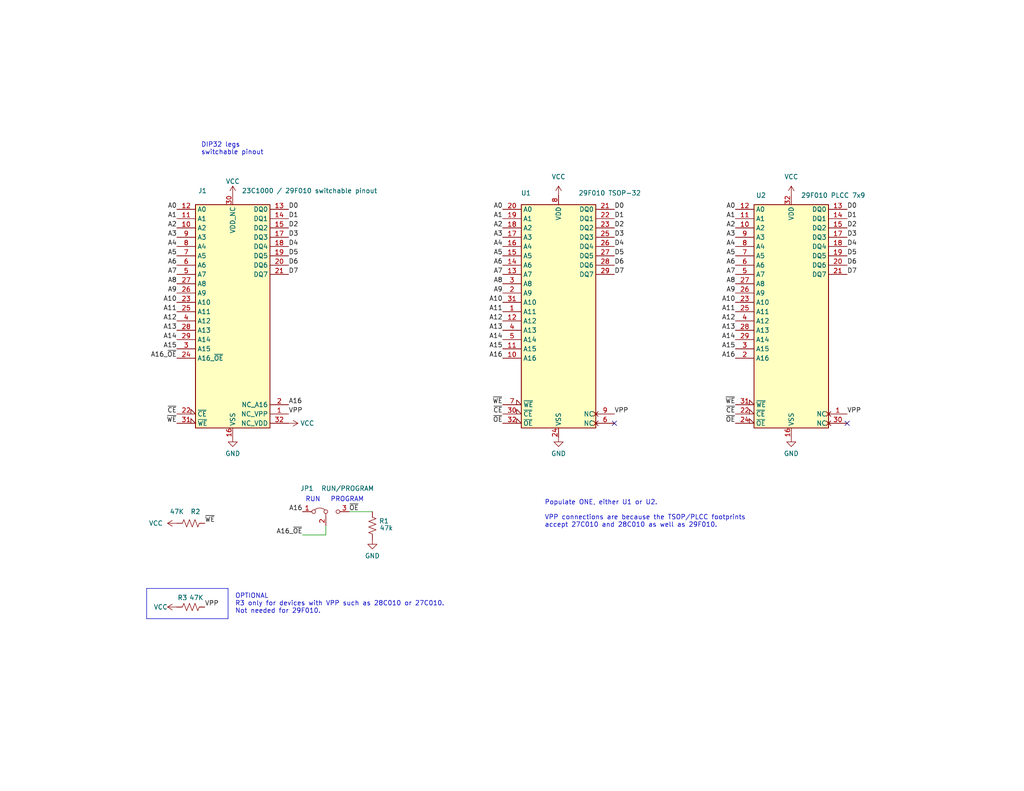
<source format=kicad_sch>
(kicad_sch (version 20230121) (generator eeschema)
  (paper "USLetter")
  (title_block (title "29F010 to 23C1000") (date "2023-06-16") (rev "004") (company "Brian K. White - b.kenyon.w@gmail.com"))
  (lib_symbols
    (symbol "000_LOCAL:GND" (power) (pin_names (offset 0))
      (property "Value" "GND" (at 0 -3.81 0))
      (symbol "GND_0_1"
        (polyline (pts (xy 0 0) (xy 0 -1.27) (xy 1.27 -1.27) (xy 0 -2.54) (xy -1.27 -1.27) (xy 0 -1.27)))
      )
      (symbol "GND_1_1"
        (pin power_in line (at 0 0 270) (length 0) hide (name "GND") (number "1"))
      )
    )
    (symbol "000_LOCAL:Jumper_3_Bridged12" (pin_names (offset 0) hide)
      (property "Reference" "JP" (at -2.54 -2.54 0))
      (property "Value" "Jumper_3_Bridged12" (at 0 2.794 0))
      (symbol "Jumper_3_Bridged12_0_0"
        (circle (center -3.302 0) (radius 0.508))
        (circle (center 0 0) (radius 0.508))
        (circle (center 3.302 0) (radius 0.508))
      )
      (symbol "Jumper_3_Bridged12_0_1"
        (arc (start -0.254 0.508) (mid -1.651 0.9912) (end -3.048 0.508))
        (polyline (pts (xy 0 -1.27) (xy 0 -0.508)))
      )
      (symbol "Jumper_3_Bridged12_1_1"
        (pin passive line (at -6.35 0 0) (length 2.54) (name "A") (number "1"))
        (pin input line (at 0 -3.81 90) (length 2.54) (name "C") (number "2"))
        (pin passive line (at 6.35 0 180) (length 2.54) (name "B") (number "3"))
      )
    )
    (symbol "000_LOCAL:R_US" (pin_numbers hide) (pin_names (offset 0))
      (property "Reference" "R" (at 2.54 0 90))
      (property "Value" "R_US" (at -2.54 0 90))
      (symbol "R_US_0_1"
        (polyline (pts (xy 0 -2.286) (xy 0 -2.54)))
        (polyline (pts (xy 0 2.286) (xy 0 2.54)))
        (polyline (pts (xy 0 -0.762) (xy 1.016 -1.143) (xy 0 -1.524) (xy -1.016 -1.905) (xy 0 -2.286)))
        (polyline (pts (xy 0 0.762) (xy 1.016 0.381) (xy 0 0) (xy -1.016 -0.381) (xy 0 -0.762)))
        (polyline (pts (xy 0 2.286) (xy 1.016 1.905) (xy 0 1.524) (xy -1.016 1.143) (xy 0 0.762)))
      )
      (symbol "R_US_1_1"
        (pin passive line (at 0 3.81 270) (length 1.27) (name "~") (number "1"))
        (pin passive line (at 0 -3.81 90) (length 1.27) (name "~") (number "2"))
      )
    )
    (symbol "000_LOCAL:SST39SF010_PLCC"
      (property "Reference" "U" (at 2.54 33.02 0))
      (property "Value" "SST39SF010_PLCC" (at 0 -30.48 0))
      (symbol "SST39SF010_PLCC_0_0"
        (pin power_in line (at 0 -31.75 90) (length 2.54) (name "VSS") (number "16"))
        (pin power_in line (at 0 34.29 270) (length 2.54) (name "VDD") (number "32"))
      )
      (symbol "SST39SF010_PLCC_0_1"
        (rectangle (start -10.16 31.75) (end 10.16 -29.21) (stroke (width 0.254)) (fill (type background)))
      )
      (symbol "SST39SF010_PLCC_1_1"
        (pin passive non_logic (at 15.24 -25.4 180) (length 5.08) (name "NC") (number "1"))
        (pin input line (at -15.24 25.4 0) (length 5.08) (name "A2") (number "10"))
        (pin input line (at -15.24 27.94 0) (length 5.08) (name "A1") (number "11"))
        (pin input line (at -15.24 30.48 0) (length 5.08) (name "A0") (number "12"))
        (pin tri_state line (at 15.24 30.48 180) (length 5.08) (name "DQ0") (number "13"))
        (pin tri_state line (at 15.24 27.94 180) (length 5.08) (name "DQ1") (number "14"))
        (pin tri_state line (at 15.24 25.4 180) (length 5.08) (name "DQ2") (number "15"))
        (pin tri_state line (at 15.24 22.86 180) (length 5.08) (name "DQ3") (number "17"))
        (pin tri_state line (at 15.24 20.32 180) (length 5.08) (name "DQ4") (number "18"))
        (pin tri_state line (at 15.24 17.78 180) (length 5.08) (name "DQ5") (number "19"))
        (pin input line (at -15.24 -10.16 0) (length 5.08) (name "A16") (number "2"))
        (pin tri_state line (at 15.24 15.24 180) (length 5.08) (name "DQ6") (number "20"))
        (pin tri_state line (at 15.24 12.7 180) (length 5.08) (name "DQ7") (number "21"))
        (pin input input_low (at -15.24 -25.4 0) (length 5.08) (name "~{CE}") (number "22"))
        (pin input line (at -15.24 5.08 0) (length 5.08) (name "A10") (number "23"))
        (pin input input_low (at -15.24 -27.94 0) (length 5.08) (name "~{OE}") (number "24"))
        (pin input line (at -15.24 2.54 0) (length 5.08) (name "A11") (number "25"))
        (pin input line (at -15.24 7.62 0) (length 5.08) (name "A9") (number "26"))
        (pin input line (at -15.24 10.16 0) (length 5.08) (name "A8") (number "27"))
        (pin input line (at -15.24 -2.54 0) (length 5.08) (name "A13") (number "28"))
        (pin input line (at -15.24 -5.08 0) (length 5.08) (name "A14") (number "29"))
        (pin input line (at -15.24 -7.62 0) (length 5.08) (name "A15") (number "3"))
        (pin passive non_logic (at 15.24 -27.94 180) (length 5.08) (name "NC") (number "30"))
        (pin input input_low (at -15.24 -22.86 0) (length 5.08) (name "~{WE}") (number "31"))
        (pin input line (at -15.24 0 0) (length 5.08) (name "A12") (number "4"))
        (pin input line (at -15.24 12.7 0) (length 5.08) (name "A7") (number "5"))
        (pin input line (at -15.24 15.24 0) (length 5.08) (name "A6") (number "6"))
        (pin input line (at -15.24 17.78 0) (length 5.08) (name "A5") (number "7"))
        (pin input line (at -15.24 20.32 0) (length 5.08) (name "A4") (number "8"))
        (pin input line (at -15.24 22.86 0) (length 5.08) (name "A3") (number "9"))
      )
    )
    (symbol "000_LOCAL:SST39SF010_TSOP"
      (property "Reference" "U" (at 2.54 33.02 0))
      (property "Value" "SST39SF010_TSOP" (at 0 -30.48 0))
      (symbol "SST39SF010_TSOP_0_0"
        (pin power_in line (at 0 -31.75 90) (length 2.54) (name "VSS") (number "24"))
        (pin power_in line (at 0 34.29 270) (length 2.54) (name "VDD") (number "8"))
      )
      (symbol "SST39SF010_TSOP_0_1"
        (rectangle (start -10.16 31.75) (end 10.16 -29.21) (stroke (width 0.254)) (fill (type background)))
      )
      (symbol "SST39SF010_TSOP_1_1"
        (pin input line (at -15.24 2.54 0) (length 5.08) (name "A11") (number "1"))
        (pin input line (at -15.24 -10.16 0) (length 5.08) (name "A16") (number "10"))
        (pin input line (at -15.24 -7.62 0) (length 5.08) (name "A15") (number "11"))
        (pin input line (at -15.24 0 0) (length 5.08) (name "A12") (number "12"))
        (pin input line (at -15.24 12.7 0) (length 5.08) (name "A7") (number "13"))
        (pin input line (at -15.24 15.24 0) (length 5.08) (name "A6") (number "14"))
        (pin input line (at -15.24 17.78 0) (length 5.08) (name "A5") (number "15"))
        (pin input line (at -15.24 20.32 0) (length 5.08) (name "A4") (number "16"))
        (pin input line (at -15.24 22.86 0) (length 5.08) (name "A3") (number "17"))
        (pin input line (at -15.24 25.4 0) (length 5.08) (name "A2") (number "18"))
        (pin input line (at -15.24 27.94 0) (length 5.08) (name "A1") (number "19"))
        (pin input line (at -15.24 7.62 0) (length 5.08) (name "A9") (number "2"))
        (pin input line (at -15.24 30.48 0) (length 5.08) (name "A0") (number "20"))
        (pin tri_state line (at 15.24 30.48 180) (length 5.08) (name "DQ0") (number "21"))
        (pin tri_state line (at 15.24 27.94 180) (length 5.08) (name "DQ1") (number "22"))
        (pin tri_state line (at 15.24 25.4 180) (length 5.08) (name "DQ2") (number "23"))
        (pin tri_state line (at 15.24 22.86 180) (length 5.08) (name "DQ3") (number "25"))
        (pin tri_state line (at 15.24 20.32 180) (length 5.08) (name "DQ4") (number "26"))
        (pin tri_state line (at 15.24 17.78 180) (length 5.08) (name "DQ5") (number "27"))
        (pin tri_state line (at 15.24 15.24 180) (length 5.08) (name "DQ6") (number "28"))
        (pin tri_state line (at 15.24 12.7 180) (length 5.08) (name "DQ7") (number "29"))
        (pin input line (at -15.24 10.16 0) (length 5.08) (name "A8") (number "3"))
        (pin input input_low (at -15.24 -25.4 0) (length 5.08) (name "~{CE}") (number "30"))
        (pin input line (at -15.24 5.08 0) (length 5.08) (name "A10") (number "31"))
        (pin input input_low (at -15.24 -27.94 0) (length 5.08) (name "~{OE}") (number "32"))
        (pin input line (at -15.24 -2.54 0) (length 5.08) (name "A13") (number "4"))
        (pin input line (at -15.24 -5.08 0) (length 5.08) (name "A14") (number "5"))
        (pin passive non_logic (at 15.24 -27.94 180) (length 5.08) (name "NC") (number "6"))
        (pin input input_low (at -15.24 -22.86 0) (length 5.08) (name "~{WE}") (number "7"))
        (pin passive non_logic (at 15.24 -25.4 180) (length 5.08) (name "NC") (number "9"))
      )
    )
    (symbol "000_LOCAL:VCC" (power) (pin_names (offset 0))
      (property "Value" "VCC" (at 0 3.81 0))
      (symbol "VCC_0_1"
        (polyline (pts (xy -0.762 1.27) (xy 0 2.54)))
        (polyline (pts (xy 0 0) (xy 0 2.54)))
        (polyline (pts (xy 0 2.54) (xy 0.762 1.27)))
      )
      (symbol "VCC_1_1"
        (pin power_in line (at 0 0 90) (length 0) hide (name "VCC") (number "1"))
      )
    )
    (symbol "000_LOCAL:uPD23C1000_FLASH"
      (property "Reference" "U" (at 2.54 33.02 0))
      (property "Value" "uPD23C1000_FLASH" (at 0 -30.48 0))
      (symbol "uPD23C1000_FLASH_0_0"
        (pin power_in line (at 0 -31.75 90) (length 2.54) (name "VSS") (number "16"))
        (pin power_in line (at 0 34.29 270) (length 2.54) (name "VDD_NC") (number "30"))
      )
      (symbol "uPD23C1000_FLASH_0_1"
        (rectangle (start -10.16 31.75) (end 10.16 -29.21) (stroke (width 0.254)) (fill (type background)))
      )
      (symbol "uPD23C1000_FLASH_1_1"
        (pin power_in line (at 15.24 -25.4 180) (length 5.08) (name "NC_VPP") (number "1"))
        (pin input line (at -15.24 25.4 0) (length 5.08) (name "A2") (number "10"))
        (pin input line (at -15.24 27.94 0) (length 5.08) (name "A1") (number "11"))
        (pin input line (at -15.24 30.48 0) (length 5.08) (name "A0") (number "12"))
        (pin tri_state line (at 15.24 30.48 180) (length 5.08) (name "DQ0") (number "13"))
        (pin tri_state line (at 15.24 27.94 180) (length 5.08) (name "DQ1") (number "14"))
        (pin tri_state line (at 15.24 25.4 180) (length 5.08) (name "DQ2") (number "15"))
        (pin tri_state line (at 15.24 22.86 180) (length 5.08) (name "DQ3") (number "17"))
        (pin tri_state line (at 15.24 20.32 180) (length 5.08) (name "DQ4") (number "18"))
        (pin tri_state line (at 15.24 17.78 180) (length 5.08) (name "DQ5") (number "19"))
        (pin input line (at 15.24 -22.86 180) (length 5.08) (name "NC_A16") (number "2"))
        (pin tri_state line (at 15.24 15.24 180) (length 5.08) (name "DQ6") (number "20"))
        (pin tri_state line (at 15.24 12.7 180) (length 5.08) (name "DQ7") (number "21"))
        (pin input input_low (at -15.24 -25.4 0) (length 5.08) (name "~{CE}") (number "22"))
        (pin input line (at -15.24 5.08 0) (length 5.08) (name "A10") (number "23"))
        (pin input line (at -15.24 -10.16 0) (length 5.08) (name "A16_~{OE}") (number "24"))
        (pin input line (at -15.24 2.54 0) (length 5.08) (name "A11") (number "25"))
        (pin input line (at -15.24 7.62 0) (length 5.08) (name "A9") (number "26"))
        (pin input line (at -15.24 10.16 0) (length 5.08) (name "A8") (number "27"))
        (pin input line (at -15.24 -2.54 0) (length 5.08) (name "A13") (number "28"))
        (pin input line (at -15.24 -5.08 0) (length 5.08) (name "A14") (number "29"))
        (pin input line (at -15.24 -7.62 0) (length 5.08) (name "A15") (number "3"))
        (pin input input_low (at -15.24 -27.94 0) (length 5.08) (name "~{WE}") (number "31"))
        (pin power_in line (at 15.24 -27.94 180) (length 5.08) (name "NC_VDD") (number "32"))
        (pin input line (at -15.24 0 0) (length 5.08) (name "A12") (number "4"))
        (pin input line (at -15.24 12.7 0) (length 5.08) (name "A7") (number "5"))
        (pin input line (at -15.24 15.24 0) (length 5.08) (name "A6") (number "6"))
        (pin input line (at -15.24 17.78 0) (length 5.08) (name "A5") (number "7"))
        (pin input line (at -15.24 20.32 0) (length 5.08) (name "A4") (number "8"))
        (pin input line (at -15.24 22.86 0) (length 5.08) (name "A3") (number "9"))
      )
    )
  )
  (no_connect (at 167.64 115.57))
  (no_connect (at 231.14 115.57))
  (wire (pts (xy 82.55 146.05) (xy 88.9 146.05)))
  (wire (pts (xy 101.6 139.7) (xy 95.25 139.7)))
  (polyline (pts (xy 40.005 160.655) (xy 40.005 168.91)))
  (polyline (pts (xy 40.005 168.91) (xy 62.23 168.91)))
  (polyline (pts (xy 62.23 168.91) (xy 62.23 160.655)))
  (polyline (pts (xy 62.23 160.655) (xy 40.005 160.655)))
  (wire (pts (xy 88.9 146.05) (xy 88.9 143.51)))
  (text "Populate ONE, either U1 or U2.\n\nVPP connections are because the TSOP/PLCC footprints\naccept 27C010 and 28C010 as well as 29F010." (at 148.59 144.145 0) (effects (font (size 1.27 1.27)) (justify left bottom)))
  (text "RUN" (at 83.312 137.16 0) (effects (font (size 1.27 1.27)) (justify left bottom)))
  (text "OPTIONAL\nR3 only for devices with VPP such as 28C010 or 27C010.\nNot needed for 29F010.\n" (at 64.135 167.64 0) (effects (font (size 1.27 1.27)) (justify left bottom)))
  (text "DIP32 legs\nswitchable pinout" (at 54.864 42.418 0) (effects (font (size 1.27 1.27)) (justify left bottom)))
  (text "PROGRAM" (at 90.17 137.16 0) (effects (font (size 1.27 1.27)) (justify left bottom)))
  (label "D4" (at 78.74 67.31 0))
  (label "~{CE}" (at 200.66 113.03 180))
  (label "D4" (at 167.64 67.31 0))
  (label "D5" (at 167.64 69.85 0))
  (label "A10" (at 137.16 82.55 180))
  (label "D2" (at 167.64 62.23 0))
  (label "A8" (at 137.16 77.47 180))
  (label "D6" (at 167.64 72.39 0))
  (label "A3" (at 48.26 64.77 180))
  (label "D3" (at 167.64 64.77 0))
  (label "D4" (at 231.14 67.31 0))
  (label "A15" (at 48.26 95.25 180))
  (label "~{OE}" (at 137.16 115.57 180))
  (label "A14" (at 200.66 92.71 180))
  (label "A11" (at 200.66 85.09 180))
  (label "D5" (at 231.14 69.85 0))
  (label "A6" (at 200.66 72.39 180))
  (label "A15" (at 200.66 95.25 180))
  (label "A16" (at 78.74 110.49 0))
  (label "A13" (at 200.66 90.17 180))
  (label "D1" (at 167.64 59.69 0))
  (label "A9" (at 137.16 80.01 180))
  (label "A11" (at 137.16 85.09 180))
  (label "A6" (at 137.16 72.39 180))
  (label "A10" (at 200.66 82.55 180))
  (label "~{OE}" (at 200.66 115.57 180))
  (label "A10" (at 48.26 82.55 180))
  (label "A3" (at 137.16 64.77 180))
  (label "A1" (at 200.66 59.69 180))
  (label "D6" (at 231.14 72.39 0))
  (label "A2" (at 200.66 62.23 180))
  (label "D0" (at 78.74 57.15 0))
  (label "A5" (at 200.66 69.85 180))
  (label "VPP" (at 167.64 113.03 0))
  (label "A3" (at 200.66 64.77 180))
  (label "A2" (at 137.16 62.23 180))
  (label "D3" (at 231.14 64.77 0))
  (label "A16_~{OE}" (at 82.55 146.05 180))
  (label "D3" (at 78.74 64.77 0))
  (label "A7" (at 48.26 74.93 180))
  (label "~{WE}" (at 48.26 115.57 180))
  (label "A14" (at 48.26 92.71 180))
  (label "A7" (at 200.66 74.93 180))
  (label "D1" (at 231.14 59.69 0))
  (label "A4" (at 200.66 67.31 180))
  (label "A16" (at 200.66 97.79 180))
  (label "~{WE}" (at 137.16 110.49 180))
  (label "A12" (at 137.16 87.63 180))
  (label "A2" (at 48.26 62.23 180))
  (label "~{CE}" (at 137.16 113.03 180))
  (label "A13" (at 137.16 90.17 180))
  (label "A1" (at 48.26 59.69 180))
  (label "D0" (at 231.14 57.15 0))
  (label "~{WE}" (at 200.66 110.49 180))
  (label "A16" (at 137.16 97.79 180))
  (label "A16_~{OE}" (at 48.26 97.79 180))
  (label "A12" (at 48.26 87.63 180))
  (label "~{CE}" (at 48.26 113.03 180))
  (label "A12" (at 200.66 87.63 180))
  (label "D2" (at 231.14 62.23 0))
  (label "A7" (at 137.16 74.93 180))
  (label "A5" (at 137.16 69.85 180))
  (label "A14" (at 137.16 92.71 180))
  (label "~{OE}" (at 95.25 139.7 0))
  (label "A6" (at 48.26 72.39 180))
  (label "D1" (at 78.74 59.69 0))
  (label "D0" (at 167.64 57.15 0))
  (label "A8" (at 200.66 77.47 180))
  (label "A9" (at 200.66 80.01 180))
  (label "VPP" (at 231.14 113.03 0))
  (label "D7" (at 167.64 74.93 0))
  (label "D5" (at 78.74 69.85 0))
  (label "A16" (at 82.55 139.7 180))
  (label "A4" (at 137.16 67.31 180))
  (label "A1" (at 137.16 59.69 180))
  (label "A0" (at 137.16 57.15 180))
  (label "A13" (at 48.26 90.17 180))
  (label "D7" (at 78.74 74.93 0))
  (label "A11" (at 48.26 85.09 180))
  (label "D2" (at 78.74 62.23 0))
  (label "VPP" (at 78.74 113.03 0))
  (label "A5" (at 48.26 69.85 180))
  (label "D6" (at 78.74 72.39 0))
  (label "A8" (at 48.26 77.47 180))
  (label "VPP" (at 55.88 165.735 0))
  (label "A9" (at 48.26 80.01 180))
  (label "~{WE}" (at 55.88 142.875 0))
  (label "A15" (at 137.16 95.25 180))
  (label "D7" (at 231.14 74.93 0))
  (label "A0" (at 48.26 57.15 180))
  (label "A4" (at 48.26 67.31 180))
  (label "A0" (at 200.66 57.15 180))
  (symbol (lib_id "000_LOCAL:uPD23C1000_FLASH") (at 63.5 87.63 0) (unit 1)
    (property "Reference" "J1" (at 55.245 52.07 0))
    (property "Value" "23C1000 / 29F010 switchable pinout" (at 84.455 52.07 0))
    (property "Footprint" "000_LOCAL:DIP32_DIP28_0.6_pcb_sil_pins" (effects hide))
    (property "Datasheet" "http://ww1.microchip.com/downloads/en/DeviceDoc/doc0014.pdf" (effects hide))
  )
  (symbol (lib_id "000_LOCAL:SST39SF010_TSOP") (at 152.4 87.63 0) (unit 1)
    (property "Reference" "U1" (at 143.51 52.705 0))
    (property "Value" "29F010 TSOP-32" (at 166.37 52.705 0))
    (property "Footprint" "000_LOCAL:TSOP32-dual" (effects hide))
    (property "Datasheet" "http://ww1.microchip.com/downloads/en/DeviceDoc/25022B.pdf" (effects hide))
  )
  (symbol (lib_id "000_LOCAL:R_US") (at 101.6 143.51 0) (unit 1)
    (property "Reference" "R1" (at 104.775 142.24 0))
    (property "Value" "47k" (at 105.41 144.145 0))
    (property "Footprint" "000_LOCAL:R_0805" (effects hide))
  )
  (symbol (lib_id "000_LOCAL:Jumper_3_Bridged12") (at 88.9 139.7 0) (unit 1)
    (property "Reference" "JP1" (at 81.915 133.35 0) (effects (justify left)))
    (property "Value" "RUN/PROGRAM" (at 87.63 133.35 0) (effects (justify left)))
    (property "Footprint" "000_LOCAL:Pin_Header_Angled_1x03_Pitch2.54mm_12shorted" (effects hide))
  )
  (symbol (lib_id "000_LOCAL:SST39SF010_PLCC") (at 215.9 87.63 0) (unit 1)
    (property "Reference" "U2" (at 207.645 53.34 0))
    (property "Value" "29F010 PLCC 7x9" (at 227.33 53.34 0))
    (property "Footprint" "000_LOCAL:PLCC32_7x9" (effects hide))
    (property "Datasheet" "http://ww1.microchip.com/downloads/en/DeviceDoc/25022B.pdf" (effects hide))
  )
  (symbol (lib_id "000_LOCAL:R_US") (at 52.07 165.735 270) (unit 1)
    (property "Reference" "R3" (at 49.784 163.195 90))
    (property "Value" "47K" (at 53.594 163.195 90))
    (property "Footprint" "000_LOCAL:R_0805" (effects hide))
  )
  (symbol (lib_id "000_LOCAL:R_US") (at 52.07 142.875 270) (unit 1)
    (property "Reference" "R2" (at 53.34 139.7 90))
    (property "Value" "47K" (at 48.26 139.7 90))
    (property "Footprint" "000_LOCAL:R_0805" (effects hide))
  )
  (symbol (lib_id "000_LOCAL:VCC") (at 63.5 53.34 0) (unit 1)
    (property "Reference" "#PWR0104" (effects hide))
    (property "Value" "VCC" (at 63.5 49.53 0))
  )
  (symbol (lib_id "000_LOCAL:VCC") (at 152.4 53.34 0) (unit 1)
    (property "Reference" "#PWR0107" (effects hide))
    (property "Value" "VCC" (at 152.4 48.26 0))
  )
  (symbol (lib_id "000_LOCAL:VCC") (at 48.26 142.875 90) (unit 1)
    (property "Reference" "#PWR0111" (effects hide))
    (property "Value" "VCC" (at 44.45 142.8751 90) (effects (justify left)))
  )
  (symbol (lib_id "000_LOCAL:VCC") (at 215.9 53.34 0) (unit 1)
    (property "Reference" "#PWR0101" (effects hide))
    (property "Value" "VCC" (at 215.9 48.26 0))
  )
  (symbol (lib_id "000_LOCAL:VCC") (at 48.26 165.735 90) (unit 1)
    (property "Reference" "#PWR0110" (effects hide))
    (property "Value" "VCC" (at 41.91 165.735 90) (effects (justify right)))
  )
  (symbol (lib_id "000_LOCAL:GND") (at 215.9 119.38 0) (unit 1)
    (property "Reference" "#PWR0102" (effects hide))
    (property "Value" "GND" (at 215.9 123.825 0))
  )
  (symbol (lib_id "000_LOCAL:GND") (at 101.6 147.32 0) (unit 1)
    (property "Reference" "#PWR0109" (effects hide))
    (property "Value" "GND" (at 101.6 151.765 0))
  )
  (symbol (lib_id "000_LOCAL:VCC") (at 78.74 115.57 270) (mirror x) (unit 1)
    (property "Reference" "#PWR0103" (effects hide))
    (property "Value" "VCC" (at 81.915 115.5699 90) (effects (justify left)))
  )
  (symbol (lib_id "000_LOCAL:GND") (at 63.5 119.38 0) (unit 1)
    (property "Reference" "#PWR0112" (effects hide))
    (property "Value" "GND" (at 63.5 123.825 0))
  )
  (symbol (lib_id "000_LOCAL:GND") (at 152.4 119.38 0) (unit 1)
    (property "Reference" "#PWR0108" (effects hide))
    (property "Value" "GND" (at 152.4 123.825 0))
  )
)
</source>
